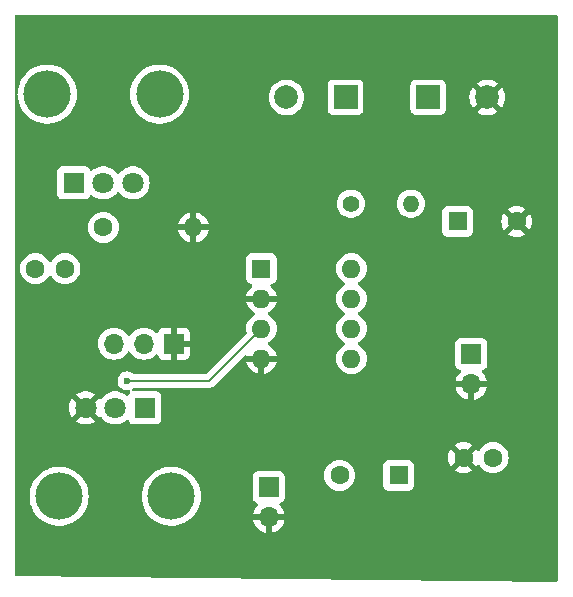
<source format=gbl>
%TF.GenerationSoftware,KiCad,Pcbnew,8.0.1*%
%TF.CreationDate,2024-10-27T16:12:31-04:00*%
%TF.ProjectId,audio amplifier,61756469-6f20-4616-9d70-6c6966696572,rev?*%
%TF.SameCoordinates,Original*%
%TF.FileFunction,Copper,L2,Bot*%
%TF.FilePolarity,Positive*%
%FSLAX46Y46*%
G04 Gerber Fmt 4.6, Leading zero omitted, Abs format (unit mm)*
G04 Created by KiCad (PCBNEW 8.0.1) date 2024-10-27 16:12:31*
%MOMM*%
%LPD*%
G01*
G04 APERTURE LIST*
%TA.AperFunction,ComponentPad*%
%ADD10R,1.600000X1.600000*%
%TD*%
%TA.AperFunction,ComponentPad*%
%ADD11C,1.600000*%
%TD*%
%TA.AperFunction,ComponentPad*%
%ADD12O,1.600000X1.600000*%
%TD*%
%TA.AperFunction,ComponentPad*%
%ADD13R,1.700000X1.700000*%
%TD*%
%TA.AperFunction,ComponentPad*%
%ADD14O,1.700000X1.700000*%
%TD*%
%TA.AperFunction,ComponentPad*%
%ADD15O,4.000000X4.000000*%
%TD*%
%TA.AperFunction,ComponentPad*%
%ADD16R,1.800000X1.800000*%
%TD*%
%TA.AperFunction,ComponentPad*%
%ADD17C,1.800000*%
%TD*%
%TA.AperFunction,ComponentPad*%
%ADD18C,1.400000*%
%TD*%
%TA.AperFunction,ComponentPad*%
%ADD19O,1.400000X1.400000*%
%TD*%
%TA.AperFunction,ComponentPad*%
%ADD20R,2.000000X2.000000*%
%TD*%
%TA.AperFunction,ComponentPad*%
%ADD21C,2.000000*%
%TD*%
%TA.AperFunction,ViaPad*%
%ADD22C,0.600000*%
%TD*%
%TA.AperFunction,Conductor*%
%ADD23C,0.200000*%
%TD*%
G04 APERTURE END LIST*
D10*
%TO.P,C6,1*%
%TO.N,+9V*%
X131500000Y-78500000D03*
D11*
%TO.P,C6,2*%
%TO.N,GND*%
X136500000Y-78500000D03*
%TD*%
D10*
%TO.P,U1,1,GAIN*%
%TO.N,Net-(RV1-Pad2)*%
X114880000Y-82500000D03*
D12*
%TO.P,U1,2,-*%
%TO.N,GND*%
X114880000Y-85040000D03*
%TO.P,U1,3,+*%
%TO.N,Net-(U1-+)*%
X114880000Y-87580000D03*
%TO.P,U1,4,GND*%
%TO.N,GND*%
X114880000Y-90120000D03*
%TO.P,U1,5*%
%TO.N,Net-(C2-Pad1)*%
X122500000Y-90120000D03*
%TO.P,U1,6,V+*%
%TO.N,+9V*%
X122500000Y-87580000D03*
%TO.P,U1,7,BYPASS*%
%TO.N,Net-(U1-BYPASS)*%
X122500000Y-85040000D03*
%TO.P,U1,8,GAIN*%
%TO.N,Net-(C1-Pad2)*%
X122500000Y-82500000D03*
%TD*%
D11*
%TO.P,R1,1*%
%TO.N,Net-(C3-Pad2)*%
X101500000Y-79000000D03*
D12*
%TO.P,R1,2*%
%TO.N,GND*%
X109120000Y-79000000D03*
%TD*%
D13*
%TO.P,J3,1,Pin_1*%
%TO.N,+9V*%
X132650000Y-89730000D03*
D14*
%TO.P,J3,2,Pin_2*%
%TO.N,GND*%
X132650000Y-92270000D03*
%TD*%
D11*
%TO.P,C3,1*%
%TO.N,Net-(C2-Pad1)*%
X95750000Y-82500000D03*
%TO.P,C3,2*%
%TO.N,Net-(C3-Pad2)*%
X98250000Y-82500000D03*
%TD*%
D15*
%TO.P,RV1,*%
%TO.N,*%
X96750000Y-67725000D03*
X106250000Y-67725000D03*
D16*
%TO.P,RV1,1,1*%
%TO.N,unconnected-(RV1-Pad1)*%
X99000000Y-75225000D03*
D17*
%TO.P,RV1,2,2*%
%TO.N,Net-(RV1-Pad2)*%
X101500000Y-75225000D03*
%TO.P,RV1,3,3*%
%TO.N,Net-(C1-Pad1)*%
X104000000Y-75225000D03*
%TD*%
D18*
%TO.P,R2,1*%
%TO.N,Net-(U1-BYPASS)*%
X122460000Y-77000000D03*
D19*
%TO.P,R2,2*%
%TO.N,Net-(C4-Pad1)*%
X127540000Y-77000000D03*
%TD*%
D20*
%TO.P,C4,1*%
%TO.N,Net-(C4-Pad1)*%
X129000000Y-68000000D03*
D21*
%TO.P,C4,2*%
%TO.N,GND*%
X134000000Y-68000000D03*
%TD*%
D10*
%TO.P,C2,1*%
%TO.N,Net-(C2-Pad1)*%
X126500000Y-100000000D03*
D11*
%TO.P,C2,2*%
%TO.N,Net-(J1-Pin_1)*%
X121500000Y-100000000D03*
%TD*%
%TO.P,C7,1*%
%TO.N,+9V*%
X134500000Y-98500000D03*
%TO.P,C7,2*%
%TO.N,GND*%
X132000000Y-98500000D03*
%TD*%
D20*
%TO.P,C1,1*%
%TO.N,Net-(C1-Pad1)*%
X122000000Y-68000000D03*
D21*
%TO.P,C1,2*%
%TO.N,Net-(C1-Pad2)*%
X117000000Y-68000000D03*
%TD*%
D13*
%TO.P,J2,1,Pin_1*%
%TO.N,GND*%
X107460000Y-88850000D03*
D14*
%TO.P,J2,2,Pin_2*%
%TO.N,unconnected-(J2-Pin_2-Pad2)*%
X104920000Y-88850000D03*
%TO.P,J2,3,Pin_3*%
%TO.N,Net-(J2-Pin_3)*%
X102380000Y-88850000D03*
%TD*%
D15*
%TO.P,RV2,*%
%TO.N,*%
X107250000Y-101775000D03*
X97750000Y-101775000D03*
D16*
%TO.P,RV2,1,1*%
%TO.N,Net-(J2-Pin_3)*%
X105000000Y-94275000D03*
D17*
%TO.P,RV2,2,2*%
%TO.N,Net-(U1-+)*%
X102500000Y-94275000D03*
%TO.P,RV2,3,3*%
%TO.N,GND*%
X100000000Y-94275000D03*
%TD*%
D13*
%TO.P,J1,1,Pin_1*%
%TO.N,Net-(J1-Pin_1)*%
X115500000Y-101000000D03*
D14*
%TO.P,J1,2,Pin_2*%
%TO.N,GND*%
X115500000Y-103540000D03*
%TD*%
D22*
%TO.N,GND*%
X96500000Y-90500000D03*
X113000000Y-95500000D03*
X112500000Y-74500000D03*
X137500000Y-64000000D03*
X136000000Y-106000000D03*
%TO.N,Net-(U1-+)*%
X103500000Y-92000000D03*
%TD*%
D23*
%TO.N,Net-(U1-+)*%
X103500000Y-92000000D02*
X110460000Y-92000000D01*
X110460000Y-92000000D02*
X114880000Y-87580000D01*
%TD*%
%TA.AperFunction,Conductor*%
%TO.N,GND*%
G36*
X139942539Y-61020185D02*
G01*
X139988294Y-61072989D01*
X139999500Y-61124500D01*
X139999500Y-108868819D01*
X139979815Y-108935858D01*
X139927011Y-108981613D01*
X139874181Y-108992812D01*
X94123181Y-108506100D01*
X94056355Y-108485703D01*
X94011164Y-108432416D01*
X94000500Y-108382107D01*
X94000500Y-101775005D01*
X95244556Y-101775005D01*
X95264310Y-102089004D01*
X95264311Y-102089011D01*
X95323270Y-102398083D01*
X95420497Y-102697316D01*
X95420499Y-102697321D01*
X95554461Y-102982003D01*
X95554464Y-102982009D01*
X95723051Y-103247661D01*
X95723054Y-103247665D01*
X95923606Y-103490090D01*
X95923608Y-103490092D01*
X96152968Y-103705476D01*
X96152978Y-103705484D01*
X96407504Y-103890408D01*
X96407509Y-103890410D01*
X96407516Y-103890416D01*
X96683234Y-104041994D01*
X96683239Y-104041996D01*
X96683241Y-104041997D01*
X96683242Y-104041998D01*
X96975771Y-104157818D01*
X96975774Y-104157819D01*
X97208521Y-104217578D01*
X97280527Y-104236066D01*
X97346010Y-104244338D01*
X97592670Y-104275499D01*
X97592679Y-104275499D01*
X97592682Y-104275500D01*
X97592684Y-104275500D01*
X97907316Y-104275500D01*
X97907318Y-104275500D01*
X97907321Y-104275499D01*
X97907329Y-104275499D01*
X98093593Y-104251968D01*
X98219473Y-104236066D01*
X98524225Y-104157819D01*
X98524228Y-104157818D01*
X98816757Y-104041998D01*
X98816758Y-104041997D01*
X98816756Y-104041997D01*
X98816766Y-104041994D01*
X99092484Y-103890416D01*
X99347030Y-103705478D01*
X99576390Y-103490094D01*
X99776947Y-103247663D01*
X99945537Y-102982007D01*
X100079503Y-102697315D01*
X100176731Y-102398079D01*
X100235688Y-102089015D01*
X100235689Y-102089004D01*
X100255444Y-101775005D01*
X104744556Y-101775005D01*
X104764310Y-102089004D01*
X104764311Y-102089011D01*
X104823270Y-102398083D01*
X104920497Y-102697316D01*
X104920499Y-102697321D01*
X105054461Y-102982003D01*
X105054464Y-102982009D01*
X105223051Y-103247661D01*
X105223054Y-103247665D01*
X105423606Y-103490090D01*
X105423608Y-103490092D01*
X105652968Y-103705476D01*
X105652978Y-103705484D01*
X105907504Y-103890408D01*
X105907509Y-103890410D01*
X105907516Y-103890416D01*
X106183234Y-104041994D01*
X106183239Y-104041996D01*
X106183241Y-104041997D01*
X106183242Y-104041998D01*
X106475771Y-104157818D01*
X106475774Y-104157819D01*
X106708521Y-104217578D01*
X106780527Y-104236066D01*
X106846010Y-104244338D01*
X107092670Y-104275499D01*
X107092679Y-104275499D01*
X107092682Y-104275500D01*
X107092684Y-104275500D01*
X107407316Y-104275500D01*
X107407318Y-104275500D01*
X107407321Y-104275499D01*
X107407329Y-104275499D01*
X107593593Y-104251968D01*
X107719473Y-104236066D01*
X108024225Y-104157819D01*
X108024228Y-104157818D01*
X108316757Y-104041998D01*
X108316758Y-104041997D01*
X108316756Y-104041997D01*
X108316766Y-104041994D01*
X108592484Y-103890416D01*
X108847030Y-103705478D01*
X109076390Y-103490094D01*
X109276947Y-103247663D01*
X109445537Y-102982007D01*
X109579503Y-102697315D01*
X109676731Y-102398079D01*
X109735688Y-102089015D01*
X109735689Y-102089004D01*
X109747714Y-101897870D01*
X114149500Y-101897870D01*
X114149501Y-101897876D01*
X114155908Y-101957483D01*
X114206202Y-102092328D01*
X114206206Y-102092335D01*
X114292452Y-102207544D01*
X114292455Y-102207547D01*
X114407664Y-102293793D01*
X114407671Y-102293797D01*
X114407674Y-102293798D01*
X114539598Y-102343002D01*
X114595531Y-102384873D01*
X114619949Y-102450337D01*
X114605098Y-102518610D01*
X114583947Y-102546865D01*
X114461886Y-102668926D01*
X114326400Y-102862420D01*
X114326399Y-102862422D01*
X114226570Y-103076507D01*
X114226567Y-103076513D01*
X114169364Y-103289999D01*
X114169364Y-103290000D01*
X115066988Y-103290000D01*
X115034075Y-103347007D01*
X115000000Y-103474174D01*
X115000000Y-103605826D01*
X115034075Y-103732993D01*
X115066988Y-103790000D01*
X114169364Y-103790000D01*
X114226567Y-104003486D01*
X114226570Y-104003492D01*
X114326399Y-104217578D01*
X114461894Y-104411082D01*
X114628917Y-104578105D01*
X114822421Y-104713600D01*
X115036507Y-104813429D01*
X115036516Y-104813433D01*
X115250000Y-104870634D01*
X115250000Y-103973012D01*
X115307007Y-104005925D01*
X115434174Y-104040000D01*
X115565826Y-104040000D01*
X115692993Y-104005925D01*
X115750000Y-103973012D01*
X115750000Y-104870633D01*
X115963483Y-104813433D01*
X115963492Y-104813429D01*
X116177578Y-104713600D01*
X116371082Y-104578105D01*
X116538105Y-104411082D01*
X116673600Y-104217578D01*
X116773429Y-104003492D01*
X116773432Y-104003486D01*
X116830636Y-103790000D01*
X115933012Y-103790000D01*
X115965925Y-103732993D01*
X116000000Y-103605826D01*
X116000000Y-103474174D01*
X115965925Y-103347007D01*
X115933012Y-103290000D01*
X116830636Y-103290000D01*
X116830635Y-103289999D01*
X116773432Y-103076513D01*
X116773429Y-103076507D01*
X116673600Y-102862422D01*
X116673599Y-102862420D01*
X116538113Y-102668926D01*
X116538108Y-102668920D01*
X116416053Y-102546865D01*
X116382568Y-102485542D01*
X116387552Y-102415850D01*
X116429424Y-102359917D01*
X116460400Y-102343002D01*
X116592331Y-102293796D01*
X116707546Y-102207546D01*
X116793796Y-102092331D01*
X116844091Y-101957483D01*
X116850500Y-101897873D01*
X116850499Y-100102128D01*
X116844091Y-100042517D01*
X116828233Y-100000001D01*
X120194532Y-100000001D01*
X120214364Y-100226686D01*
X120214366Y-100226697D01*
X120273258Y-100446488D01*
X120273261Y-100446497D01*
X120369431Y-100652732D01*
X120369432Y-100652734D01*
X120499954Y-100839141D01*
X120660858Y-101000045D01*
X120660861Y-101000047D01*
X120847266Y-101130568D01*
X121053504Y-101226739D01*
X121273308Y-101285635D01*
X121435230Y-101299801D01*
X121499998Y-101305468D01*
X121500000Y-101305468D01*
X121500002Y-101305468D01*
X121556807Y-101300498D01*
X121726692Y-101285635D01*
X121946496Y-101226739D01*
X122152734Y-101130568D01*
X122339139Y-101000047D01*
X122491316Y-100847870D01*
X125199500Y-100847870D01*
X125199501Y-100847876D01*
X125205908Y-100907483D01*
X125256202Y-101042328D01*
X125256206Y-101042335D01*
X125342452Y-101157544D01*
X125342455Y-101157547D01*
X125457664Y-101243793D01*
X125457671Y-101243797D01*
X125592517Y-101294091D01*
X125592516Y-101294091D01*
X125599444Y-101294835D01*
X125652127Y-101300500D01*
X127347872Y-101300499D01*
X127407483Y-101294091D01*
X127542331Y-101243796D01*
X127657546Y-101157546D01*
X127743796Y-101042331D01*
X127794091Y-100907483D01*
X127800500Y-100847873D01*
X127800499Y-99152128D01*
X127794091Y-99092517D01*
X127791528Y-99085646D01*
X127743797Y-98957671D01*
X127743793Y-98957664D01*
X127657547Y-98842455D01*
X127657544Y-98842452D01*
X127542335Y-98756206D01*
X127542328Y-98756202D01*
X127407482Y-98705908D01*
X127407483Y-98705908D01*
X127347883Y-98699501D01*
X127347881Y-98699500D01*
X127347873Y-98699500D01*
X127347864Y-98699500D01*
X125652129Y-98699500D01*
X125652123Y-98699501D01*
X125592516Y-98705908D01*
X125457671Y-98756202D01*
X125457664Y-98756206D01*
X125342455Y-98842452D01*
X125342452Y-98842455D01*
X125256206Y-98957664D01*
X125256202Y-98957671D01*
X125205908Y-99092517D01*
X125201124Y-99137022D01*
X125199501Y-99152123D01*
X125199500Y-99152135D01*
X125199500Y-100847870D01*
X122491316Y-100847870D01*
X122500047Y-100839139D01*
X122630568Y-100652734D01*
X122726739Y-100446496D01*
X122785635Y-100226692D01*
X122805468Y-100000000D01*
X122785635Y-99773308D01*
X122726739Y-99553504D01*
X122630568Y-99347266D01*
X122500047Y-99160861D01*
X122500045Y-99160858D01*
X122339141Y-98999954D01*
X122152734Y-98869432D01*
X122152732Y-98869431D01*
X121946497Y-98773261D01*
X121946488Y-98773258D01*
X121726697Y-98714366D01*
X121726693Y-98714365D01*
X121726692Y-98714365D01*
X121726691Y-98714364D01*
X121726686Y-98714364D01*
X121500002Y-98694532D01*
X121499998Y-98694532D01*
X121273313Y-98714364D01*
X121273302Y-98714366D01*
X121053511Y-98773258D01*
X121053502Y-98773261D01*
X120847267Y-98869431D01*
X120847265Y-98869432D01*
X120660858Y-98999954D01*
X120499954Y-99160858D01*
X120369432Y-99347265D01*
X120369431Y-99347267D01*
X120273261Y-99553502D01*
X120273258Y-99553511D01*
X120214366Y-99773302D01*
X120214364Y-99773313D01*
X120194532Y-99999998D01*
X120194532Y-100000001D01*
X116828233Y-100000001D01*
X116828233Y-100000000D01*
X116793797Y-99907671D01*
X116793793Y-99907664D01*
X116707547Y-99792455D01*
X116707544Y-99792452D01*
X116592335Y-99706206D01*
X116592328Y-99706202D01*
X116457482Y-99655908D01*
X116457483Y-99655908D01*
X116397883Y-99649501D01*
X116397881Y-99649500D01*
X116397873Y-99649500D01*
X116397864Y-99649500D01*
X114602129Y-99649500D01*
X114602123Y-99649501D01*
X114542516Y-99655908D01*
X114407671Y-99706202D01*
X114407664Y-99706206D01*
X114292455Y-99792452D01*
X114292452Y-99792455D01*
X114206206Y-99907664D01*
X114206202Y-99907671D01*
X114155908Y-100042517D01*
X114149501Y-100102116D01*
X114149501Y-100102123D01*
X114149500Y-100102135D01*
X114149500Y-101897870D01*
X109747714Y-101897870D01*
X109755444Y-101775005D01*
X109755444Y-101774994D01*
X109735689Y-101460995D01*
X109735688Y-101460988D01*
X109735688Y-101460985D01*
X109676731Y-101151921D01*
X109579503Y-100852685D01*
X109577243Y-100847883D01*
X109445538Y-100567996D01*
X109445537Y-100567993D01*
X109410414Y-100512648D01*
X109276948Y-100302338D01*
X109276945Y-100302334D01*
X109076393Y-100059909D01*
X109076391Y-100059907D01*
X108914275Y-99907669D01*
X108847030Y-99844522D01*
X108847027Y-99844520D01*
X108847021Y-99844515D01*
X108592495Y-99659591D01*
X108592488Y-99659586D01*
X108592484Y-99659584D01*
X108316766Y-99508006D01*
X108316763Y-99508004D01*
X108316758Y-99508002D01*
X108316757Y-99508001D01*
X108024228Y-99392181D01*
X108024225Y-99392180D01*
X107719476Y-99313934D01*
X107719463Y-99313932D01*
X107407329Y-99274500D01*
X107407318Y-99274500D01*
X107092682Y-99274500D01*
X107092670Y-99274500D01*
X106780536Y-99313932D01*
X106780523Y-99313934D01*
X106475774Y-99392180D01*
X106475771Y-99392181D01*
X106183242Y-99508001D01*
X106183241Y-99508002D01*
X105907516Y-99659584D01*
X105907504Y-99659591D01*
X105652978Y-99844515D01*
X105652968Y-99844523D01*
X105423608Y-100059907D01*
X105423606Y-100059909D01*
X105223054Y-100302334D01*
X105223051Y-100302338D01*
X105054464Y-100567990D01*
X105054461Y-100567996D01*
X104920499Y-100852678D01*
X104920497Y-100852683D01*
X104823270Y-101151916D01*
X104764311Y-101460988D01*
X104764310Y-101460995D01*
X104744556Y-101774994D01*
X104744556Y-101775005D01*
X100255444Y-101775005D01*
X100255444Y-101774994D01*
X100235689Y-101460995D01*
X100235688Y-101460988D01*
X100235688Y-101460985D01*
X100176731Y-101151921D01*
X100079503Y-100852685D01*
X100077243Y-100847883D01*
X99945538Y-100567996D01*
X99945537Y-100567993D01*
X99910414Y-100512648D01*
X99776948Y-100302338D01*
X99776945Y-100302334D01*
X99576393Y-100059909D01*
X99576391Y-100059907D01*
X99414275Y-99907669D01*
X99347030Y-99844522D01*
X99347027Y-99844520D01*
X99347021Y-99844515D01*
X99092495Y-99659591D01*
X99092488Y-99659586D01*
X99092484Y-99659584D01*
X98816766Y-99508006D01*
X98816763Y-99508004D01*
X98816758Y-99508002D01*
X98816757Y-99508001D01*
X98524228Y-99392181D01*
X98524225Y-99392180D01*
X98219476Y-99313934D01*
X98219463Y-99313932D01*
X97907329Y-99274500D01*
X97907318Y-99274500D01*
X97592682Y-99274500D01*
X97592670Y-99274500D01*
X97280536Y-99313932D01*
X97280523Y-99313934D01*
X96975774Y-99392180D01*
X96975771Y-99392181D01*
X96683242Y-99508001D01*
X96683241Y-99508002D01*
X96407516Y-99659584D01*
X96407504Y-99659591D01*
X96152978Y-99844515D01*
X96152968Y-99844523D01*
X95923608Y-100059907D01*
X95923606Y-100059909D01*
X95723054Y-100302334D01*
X95723051Y-100302338D01*
X95554464Y-100567990D01*
X95554461Y-100567996D01*
X95420499Y-100852678D01*
X95420497Y-100852683D01*
X95323270Y-101151916D01*
X95264311Y-101460988D01*
X95264310Y-101460995D01*
X95244556Y-101774994D01*
X95244556Y-101775005D01*
X94000500Y-101775005D01*
X94000500Y-98500002D01*
X130695034Y-98500002D01*
X130714858Y-98726599D01*
X130714860Y-98726610D01*
X130773730Y-98946317D01*
X130773735Y-98946331D01*
X130869863Y-99152478D01*
X130920974Y-99225472D01*
X131600000Y-98546446D01*
X131600000Y-98552661D01*
X131627259Y-98654394D01*
X131679920Y-98745606D01*
X131754394Y-98820080D01*
X131845606Y-98872741D01*
X131947339Y-98900000D01*
X131953553Y-98900000D01*
X131274526Y-99579025D01*
X131347513Y-99630132D01*
X131347521Y-99630136D01*
X131553668Y-99726264D01*
X131553682Y-99726269D01*
X131773389Y-99785139D01*
X131773400Y-99785141D01*
X131999998Y-99804966D01*
X132000002Y-99804966D01*
X132226599Y-99785141D01*
X132226610Y-99785139D01*
X132446317Y-99726269D01*
X132446331Y-99726264D01*
X132652478Y-99630136D01*
X132725471Y-99579024D01*
X132046447Y-98900000D01*
X132052661Y-98900000D01*
X132154394Y-98872741D01*
X132245606Y-98820080D01*
X132320080Y-98745606D01*
X132372741Y-98654394D01*
X132400000Y-98552661D01*
X132400000Y-98546447D01*
X133079024Y-99225471D01*
X133130134Y-99152481D01*
X133137340Y-99137028D01*
X133183511Y-99084587D01*
X133250704Y-99065433D01*
X133317585Y-99085646D01*
X133362105Y-99137022D01*
X133369430Y-99152730D01*
X133369432Y-99152734D01*
X133499954Y-99339141D01*
X133660858Y-99500045D01*
X133672222Y-99508002D01*
X133847266Y-99630568D01*
X134053504Y-99726739D01*
X134273308Y-99785635D01*
X134435230Y-99799801D01*
X134499998Y-99805468D01*
X134500000Y-99805468D01*
X134500002Y-99805468D01*
X134556673Y-99800509D01*
X134726692Y-99785635D01*
X134946496Y-99726739D01*
X135152734Y-99630568D01*
X135339139Y-99500047D01*
X135500047Y-99339139D01*
X135630568Y-99152734D01*
X135726739Y-98946496D01*
X135785635Y-98726692D01*
X135805468Y-98500000D01*
X135785635Y-98273308D01*
X135726739Y-98053504D01*
X135630568Y-97847266D01*
X135500047Y-97660861D01*
X135500045Y-97660858D01*
X135339141Y-97499954D01*
X135152734Y-97369432D01*
X135152732Y-97369431D01*
X134946497Y-97273261D01*
X134946488Y-97273258D01*
X134726697Y-97214366D01*
X134726693Y-97214365D01*
X134726692Y-97214365D01*
X134726691Y-97214364D01*
X134726686Y-97214364D01*
X134500002Y-97194532D01*
X134499998Y-97194532D01*
X134273313Y-97214364D01*
X134273302Y-97214366D01*
X134053511Y-97273258D01*
X134053502Y-97273261D01*
X133847267Y-97369431D01*
X133847265Y-97369432D01*
X133660858Y-97499954D01*
X133499954Y-97660858D01*
X133369432Y-97847265D01*
X133369429Y-97847270D01*
X133362104Y-97862979D01*
X133315929Y-97915417D01*
X133248735Y-97934566D01*
X133181855Y-97914347D01*
X133137341Y-97862973D01*
X133130133Y-97847515D01*
X133130132Y-97847513D01*
X133079025Y-97774526D01*
X132400000Y-98453551D01*
X132400000Y-98447339D01*
X132372741Y-98345606D01*
X132320080Y-98254394D01*
X132245606Y-98179920D01*
X132154394Y-98127259D01*
X132052661Y-98100000D01*
X132046448Y-98100000D01*
X132725472Y-97420974D01*
X132652478Y-97369863D01*
X132446331Y-97273735D01*
X132446317Y-97273730D01*
X132226610Y-97214860D01*
X132226599Y-97214858D01*
X132000002Y-97195034D01*
X131999998Y-97195034D01*
X131773400Y-97214858D01*
X131773389Y-97214860D01*
X131553682Y-97273730D01*
X131553673Y-97273734D01*
X131347516Y-97369866D01*
X131347512Y-97369868D01*
X131274526Y-97420973D01*
X131274526Y-97420974D01*
X131953553Y-98100000D01*
X131947339Y-98100000D01*
X131845606Y-98127259D01*
X131754394Y-98179920D01*
X131679920Y-98254394D01*
X131627259Y-98345606D01*
X131600000Y-98447339D01*
X131600000Y-98453552D01*
X130920974Y-97774526D01*
X130920973Y-97774526D01*
X130869868Y-97847512D01*
X130869866Y-97847516D01*
X130773734Y-98053673D01*
X130773730Y-98053682D01*
X130714860Y-98273389D01*
X130714858Y-98273400D01*
X130695034Y-98499997D01*
X130695034Y-98500002D01*
X94000500Y-98500002D01*
X94000500Y-94275005D01*
X98595202Y-94275005D01*
X98614361Y-94506218D01*
X98671317Y-94731135D01*
X98764515Y-94943606D01*
X98848812Y-95072633D01*
X99517037Y-94404408D01*
X99534075Y-94467993D01*
X99599901Y-94582007D01*
X99692993Y-94675099D01*
X99807007Y-94740925D01*
X99870590Y-94757962D01*
X99201201Y-95427351D01*
X99231649Y-95451050D01*
X99435697Y-95561476D01*
X99435706Y-95561479D01*
X99655139Y-95636811D01*
X99883993Y-95675000D01*
X100116007Y-95675000D01*
X100344860Y-95636811D01*
X100564293Y-95561479D01*
X100564301Y-95561476D01*
X100768355Y-95451047D01*
X100798797Y-95427351D01*
X100798798Y-95427350D01*
X100129410Y-94757962D01*
X100192993Y-94740925D01*
X100307007Y-94675099D01*
X100400099Y-94582007D01*
X100465925Y-94467993D01*
X100482962Y-94404409D01*
X101151186Y-95072633D01*
X101155967Y-95072137D01*
X101199036Y-95035380D01*
X101268268Y-95025956D01*
X101331604Y-95055457D01*
X101353509Y-95080737D01*
X101391016Y-95138147D01*
X101391019Y-95138151D01*
X101391021Y-95138153D01*
X101548216Y-95308913D01*
X101548219Y-95308915D01*
X101548222Y-95308918D01*
X101731365Y-95451464D01*
X101731371Y-95451468D01*
X101731374Y-95451470D01*
X101881185Y-95532544D01*
X101934652Y-95561479D01*
X101935497Y-95561936D01*
X102049487Y-95601068D01*
X102155015Y-95637297D01*
X102155017Y-95637297D01*
X102155019Y-95637298D01*
X102383951Y-95675500D01*
X102383952Y-95675500D01*
X102616048Y-95675500D01*
X102616049Y-95675500D01*
X102844981Y-95637298D01*
X103064503Y-95561936D01*
X103268626Y-95451470D01*
X103445563Y-95313754D01*
X103510556Y-95288112D01*
X103579096Y-95301678D01*
X103629421Y-95350147D01*
X103637907Y-95368275D01*
X103656202Y-95417328D01*
X103656206Y-95417335D01*
X103742452Y-95532544D01*
X103742455Y-95532547D01*
X103857664Y-95618793D01*
X103857671Y-95618797D01*
X103992517Y-95669091D01*
X103992516Y-95669091D01*
X103999444Y-95669835D01*
X104052127Y-95675500D01*
X105947872Y-95675499D01*
X106007483Y-95669091D01*
X106142331Y-95618796D01*
X106257546Y-95532546D01*
X106343796Y-95417331D01*
X106394091Y-95282483D01*
X106400500Y-95222873D01*
X106400499Y-93327128D01*
X106394091Y-93267517D01*
X106392061Y-93262075D01*
X106343797Y-93132671D01*
X106343793Y-93132664D01*
X106257547Y-93017455D01*
X106257544Y-93017452D01*
X106142335Y-92931206D01*
X106142328Y-92931202D01*
X106007482Y-92880908D01*
X106007483Y-92880908D01*
X105947883Y-92874501D01*
X105947881Y-92874500D01*
X105947873Y-92874500D01*
X105947864Y-92874500D01*
X104052112Y-92874500D01*
X104049362Y-92874648D01*
X103981368Y-92858569D01*
X103932860Y-92808282D01*
X103919240Y-92739753D01*
X103944832Y-92674739D01*
X103976769Y-92645833D01*
X104002262Y-92629816D01*
X104002266Y-92629812D01*
X104005097Y-92627555D01*
X104007273Y-92626666D01*
X104008159Y-92626110D01*
X104008256Y-92626265D01*
X104069783Y-92601145D01*
X104082412Y-92600500D01*
X110373331Y-92600500D01*
X110373347Y-92600501D01*
X110380943Y-92600501D01*
X110539054Y-92600501D01*
X110539057Y-92600501D01*
X110691785Y-92559577D01*
X110741904Y-92530639D01*
X110828716Y-92480520D01*
X110940520Y-92368716D01*
X110940520Y-92368714D01*
X110950728Y-92358507D01*
X110950730Y-92358504D01*
X113430860Y-89878373D01*
X113492179Y-89844891D01*
X113561871Y-89849875D01*
X113589090Y-89870000D01*
X114564314Y-89870000D01*
X114559920Y-89874394D01*
X114507259Y-89965606D01*
X114480000Y-90067339D01*
X114480000Y-90172661D01*
X114507259Y-90274394D01*
X114559920Y-90365606D01*
X114564314Y-90370000D01*
X113601128Y-90370000D01*
X113653730Y-90566317D01*
X113653734Y-90566326D01*
X113749865Y-90772482D01*
X113880342Y-90958820D01*
X114041179Y-91119657D01*
X114227517Y-91250134D01*
X114433673Y-91346265D01*
X114433682Y-91346269D01*
X114629999Y-91398872D01*
X114630000Y-91398871D01*
X114630000Y-90435686D01*
X114634394Y-90440080D01*
X114725606Y-90492741D01*
X114827339Y-90520000D01*
X114932661Y-90520000D01*
X115034394Y-90492741D01*
X115125606Y-90440080D01*
X115130000Y-90435686D01*
X115130000Y-91398872D01*
X115326317Y-91346269D01*
X115326326Y-91346265D01*
X115532482Y-91250134D01*
X115718820Y-91119657D01*
X115879657Y-90958820D01*
X116010134Y-90772482D01*
X116106265Y-90566326D01*
X116106269Y-90566317D01*
X116158872Y-90370000D01*
X115195686Y-90370000D01*
X115200080Y-90365606D01*
X115252741Y-90274394D01*
X115280000Y-90172661D01*
X115280000Y-90120001D01*
X121194532Y-90120001D01*
X121214364Y-90346686D01*
X121214366Y-90346697D01*
X121273258Y-90566488D01*
X121273261Y-90566497D01*
X121369431Y-90772732D01*
X121369432Y-90772734D01*
X121499954Y-90959141D01*
X121660858Y-91120045D01*
X121660861Y-91120047D01*
X121847266Y-91250568D01*
X122053504Y-91346739D01*
X122273308Y-91405635D01*
X122435230Y-91419801D01*
X122499998Y-91425468D01*
X122500000Y-91425468D01*
X122500002Y-91425468D01*
X122556673Y-91420509D01*
X122726692Y-91405635D01*
X122946496Y-91346739D01*
X123152734Y-91250568D01*
X123339139Y-91120047D01*
X123500047Y-90959139D01*
X123630568Y-90772734D01*
X123698120Y-90627870D01*
X131299500Y-90627870D01*
X131299501Y-90627876D01*
X131305908Y-90687483D01*
X131356202Y-90822328D01*
X131356206Y-90822335D01*
X131442452Y-90937544D01*
X131442455Y-90937547D01*
X131557664Y-91023793D01*
X131557671Y-91023797D01*
X131557674Y-91023798D01*
X131689598Y-91073002D01*
X131745531Y-91114873D01*
X131769949Y-91180337D01*
X131755098Y-91248610D01*
X131733947Y-91276865D01*
X131611886Y-91398926D01*
X131476400Y-91592420D01*
X131476399Y-91592422D01*
X131376570Y-91806507D01*
X131376567Y-91806513D01*
X131319364Y-92019999D01*
X131319364Y-92020000D01*
X132216988Y-92020000D01*
X132184075Y-92077007D01*
X132150000Y-92204174D01*
X132150000Y-92335826D01*
X132184075Y-92462993D01*
X132216988Y-92520000D01*
X131319364Y-92520000D01*
X131376567Y-92733486D01*
X131376570Y-92733492D01*
X131476399Y-92947578D01*
X131611894Y-93141082D01*
X131778917Y-93308105D01*
X131972421Y-93443600D01*
X132186507Y-93543429D01*
X132186516Y-93543433D01*
X132400000Y-93600634D01*
X132400000Y-92703012D01*
X132457007Y-92735925D01*
X132584174Y-92770000D01*
X132715826Y-92770000D01*
X132842993Y-92735925D01*
X132900000Y-92703012D01*
X132900000Y-93600633D01*
X133113483Y-93543433D01*
X133113492Y-93543429D01*
X133327578Y-93443600D01*
X133521082Y-93308105D01*
X133688105Y-93141082D01*
X133823600Y-92947578D01*
X133923429Y-92733492D01*
X133923432Y-92733486D01*
X133980636Y-92520000D01*
X133083012Y-92520000D01*
X133115925Y-92462993D01*
X133150000Y-92335826D01*
X133150000Y-92204174D01*
X133115925Y-92077007D01*
X133083012Y-92020000D01*
X133980636Y-92020000D01*
X133980635Y-92019999D01*
X133923432Y-91806513D01*
X133923429Y-91806507D01*
X133823600Y-91592422D01*
X133823599Y-91592420D01*
X133688113Y-91398926D01*
X133688108Y-91398920D01*
X133566053Y-91276865D01*
X133532568Y-91215542D01*
X133537552Y-91145850D01*
X133579424Y-91089917D01*
X133610400Y-91073002D01*
X133742331Y-91023796D01*
X133857546Y-90937546D01*
X133943796Y-90822331D01*
X133994091Y-90687483D01*
X134000500Y-90627873D01*
X134000499Y-88832128D01*
X133994091Y-88772517D01*
X133970986Y-88710570D01*
X133943797Y-88637671D01*
X133943793Y-88637664D01*
X133857547Y-88522455D01*
X133857544Y-88522452D01*
X133742335Y-88436206D01*
X133742328Y-88436202D01*
X133607482Y-88385908D01*
X133607483Y-88385908D01*
X133547883Y-88379501D01*
X133547881Y-88379500D01*
X133547873Y-88379500D01*
X133547864Y-88379500D01*
X131752129Y-88379500D01*
X131752123Y-88379501D01*
X131692516Y-88385908D01*
X131557671Y-88436202D01*
X131557664Y-88436206D01*
X131442455Y-88522452D01*
X131442452Y-88522455D01*
X131356206Y-88637664D01*
X131356202Y-88637671D01*
X131305908Y-88772517D01*
X131300662Y-88821318D01*
X131299501Y-88832123D01*
X131299500Y-88832135D01*
X131299500Y-90627870D01*
X123698120Y-90627870D01*
X123726739Y-90566496D01*
X123785635Y-90346692D01*
X123805468Y-90120000D01*
X123785635Y-89893308D01*
X123726739Y-89673504D01*
X123630568Y-89467266D01*
X123500047Y-89280861D01*
X123500045Y-89280858D01*
X123339141Y-89119954D01*
X123152734Y-88989432D01*
X123152728Y-88989429D01*
X123094725Y-88962382D01*
X123042285Y-88916210D01*
X123023133Y-88849017D01*
X123043348Y-88782135D01*
X123094725Y-88737618D01*
X123152734Y-88710568D01*
X123339139Y-88580047D01*
X123500047Y-88419139D01*
X123630568Y-88232734D01*
X123726739Y-88026496D01*
X123785635Y-87806692D01*
X123805468Y-87580000D01*
X123785635Y-87353308D01*
X123726739Y-87133504D01*
X123630568Y-86927266D01*
X123500047Y-86740861D01*
X123500045Y-86740858D01*
X123339141Y-86579954D01*
X123152734Y-86449432D01*
X123152728Y-86449429D01*
X123094725Y-86422382D01*
X123042285Y-86376210D01*
X123023133Y-86309017D01*
X123043348Y-86242135D01*
X123094725Y-86197618D01*
X123095319Y-86197341D01*
X123152734Y-86170568D01*
X123339139Y-86040047D01*
X123500047Y-85879139D01*
X123630568Y-85692734D01*
X123726739Y-85486496D01*
X123785635Y-85266692D01*
X123805468Y-85040000D01*
X123785635Y-84813308D01*
X123726739Y-84593504D01*
X123630568Y-84387266D01*
X123500047Y-84200861D01*
X123500045Y-84200858D01*
X123339141Y-84039954D01*
X123152734Y-83909432D01*
X123152728Y-83909429D01*
X123094725Y-83882382D01*
X123042285Y-83836210D01*
X123023133Y-83769017D01*
X123043348Y-83702135D01*
X123094725Y-83657618D01*
X123152734Y-83630568D01*
X123339139Y-83500047D01*
X123500047Y-83339139D01*
X123630568Y-83152734D01*
X123726739Y-82946496D01*
X123785635Y-82726692D01*
X123805468Y-82500000D01*
X123785635Y-82273308D01*
X123726739Y-82053504D01*
X123630568Y-81847266D01*
X123500047Y-81660861D01*
X123500045Y-81660858D01*
X123339141Y-81499954D01*
X123152734Y-81369432D01*
X123152732Y-81369431D01*
X122946497Y-81273261D01*
X122946488Y-81273258D01*
X122726697Y-81214366D01*
X122726693Y-81214365D01*
X122726692Y-81214365D01*
X122726691Y-81214364D01*
X122726686Y-81214364D01*
X122500002Y-81194532D01*
X122499998Y-81194532D01*
X122273313Y-81214364D01*
X122273302Y-81214366D01*
X122053511Y-81273258D01*
X122053502Y-81273261D01*
X121847267Y-81369431D01*
X121847265Y-81369432D01*
X121660858Y-81499954D01*
X121499954Y-81660858D01*
X121369432Y-81847265D01*
X121369431Y-81847267D01*
X121273261Y-82053502D01*
X121273258Y-82053511D01*
X121214366Y-82273302D01*
X121214364Y-82273313D01*
X121194532Y-82499998D01*
X121194532Y-82500001D01*
X121214364Y-82726686D01*
X121214366Y-82726697D01*
X121273258Y-82946488D01*
X121273261Y-82946497D01*
X121369431Y-83152732D01*
X121369432Y-83152734D01*
X121499954Y-83339141D01*
X121660858Y-83500045D01*
X121660861Y-83500047D01*
X121847266Y-83630568D01*
X121905275Y-83657618D01*
X121957714Y-83703791D01*
X121976866Y-83770984D01*
X121956650Y-83837865D01*
X121905275Y-83882382D01*
X121847267Y-83909431D01*
X121847265Y-83909432D01*
X121660858Y-84039954D01*
X121499954Y-84200858D01*
X121369432Y-84387265D01*
X121369431Y-84387267D01*
X121273261Y-84593502D01*
X121273258Y-84593511D01*
X121214366Y-84813302D01*
X121214364Y-84813313D01*
X121194532Y-85039998D01*
X121194532Y-85040001D01*
X121214364Y-85266686D01*
X121214366Y-85266697D01*
X121273258Y-85486488D01*
X121273261Y-85486497D01*
X121369431Y-85692732D01*
X121369432Y-85692734D01*
X121499954Y-85879141D01*
X121660858Y-86040045D01*
X121660861Y-86040047D01*
X121847266Y-86170568D01*
X121904681Y-86197341D01*
X121905275Y-86197618D01*
X121957714Y-86243791D01*
X121976866Y-86310984D01*
X121956650Y-86377865D01*
X121905275Y-86422382D01*
X121847267Y-86449431D01*
X121847265Y-86449432D01*
X121660858Y-86579954D01*
X121499954Y-86740858D01*
X121369432Y-86927265D01*
X121369431Y-86927267D01*
X121273261Y-87133502D01*
X121273258Y-87133511D01*
X121214366Y-87353302D01*
X121214364Y-87353313D01*
X121194532Y-87579998D01*
X121194532Y-87580001D01*
X121214364Y-87806686D01*
X121214366Y-87806697D01*
X121273258Y-88026488D01*
X121273261Y-88026497D01*
X121369431Y-88232732D01*
X121369432Y-88232734D01*
X121499954Y-88419141D01*
X121660858Y-88580045D01*
X121660861Y-88580047D01*
X121847266Y-88710568D01*
X121905275Y-88737618D01*
X121957714Y-88783791D01*
X121976866Y-88850984D01*
X121956650Y-88917865D01*
X121905275Y-88962382D01*
X121847267Y-88989431D01*
X121847265Y-88989432D01*
X121660858Y-89119954D01*
X121499954Y-89280858D01*
X121369432Y-89467265D01*
X121369431Y-89467267D01*
X121273261Y-89673502D01*
X121273258Y-89673511D01*
X121214366Y-89893302D01*
X121214364Y-89893313D01*
X121194532Y-90119998D01*
X121194532Y-90120001D01*
X115280000Y-90120001D01*
X115280000Y-90067339D01*
X115252741Y-89965606D01*
X115200080Y-89874394D01*
X115195686Y-89870000D01*
X116158872Y-89870000D01*
X116158872Y-89869999D01*
X116106269Y-89673682D01*
X116106265Y-89673673D01*
X116010134Y-89467517D01*
X115879657Y-89281179D01*
X115718820Y-89120342D01*
X115532482Y-88989865D01*
X115474133Y-88962657D01*
X115421694Y-88916484D01*
X115402542Y-88849291D01*
X115422758Y-88782410D01*
X115474129Y-88737895D01*
X115532734Y-88710568D01*
X115719139Y-88580047D01*
X115880047Y-88419139D01*
X116010568Y-88232734D01*
X116106739Y-88026496D01*
X116165635Y-87806692D01*
X116185468Y-87580000D01*
X116165635Y-87353308D01*
X116106739Y-87133504D01*
X116010568Y-86927266D01*
X115880047Y-86740861D01*
X115880045Y-86740858D01*
X115719141Y-86579954D01*
X115532734Y-86449432D01*
X115532732Y-86449431D01*
X115474725Y-86422382D01*
X115474132Y-86422105D01*
X115421694Y-86375934D01*
X115402542Y-86308740D01*
X115422758Y-86241859D01*
X115474134Y-86197341D01*
X115532484Y-86170132D01*
X115718820Y-86039657D01*
X115879657Y-85878820D01*
X116010134Y-85692482D01*
X116106265Y-85486326D01*
X116106269Y-85486317D01*
X116158872Y-85290000D01*
X115195686Y-85290000D01*
X115200080Y-85285606D01*
X115252741Y-85194394D01*
X115280000Y-85092661D01*
X115280000Y-84987339D01*
X115252741Y-84885606D01*
X115200080Y-84794394D01*
X115195686Y-84790000D01*
X116158872Y-84790000D01*
X116158872Y-84789999D01*
X116106269Y-84593682D01*
X116106265Y-84593673D01*
X116010134Y-84387517D01*
X115879657Y-84201179D01*
X115718820Y-84040342D01*
X115693779Y-84022808D01*
X115650154Y-83968230D01*
X115642962Y-83898732D01*
X115674484Y-83836377D01*
X115734714Y-83800964D01*
X115751650Y-83797943D01*
X115787483Y-83794091D01*
X115922328Y-83743797D01*
X115922327Y-83743797D01*
X115922331Y-83743796D01*
X116037546Y-83657546D01*
X116123796Y-83542331D01*
X116174091Y-83407483D01*
X116180500Y-83347873D01*
X116180499Y-81652128D01*
X116174091Y-81592517D01*
X116139567Y-81499954D01*
X116123797Y-81457671D01*
X116123793Y-81457664D01*
X116037547Y-81342455D01*
X116037544Y-81342452D01*
X115922335Y-81256206D01*
X115922328Y-81256202D01*
X115787482Y-81205908D01*
X115787483Y-81205908D01*
X115727883Y-81199501D01*
X115727881Y-81199500D01*
X115727873Y-81199500D01*
X115727864Y-81199500D01*
X114032129Y-81199500D01*
X114032123Y-81199501D01*
X113972516Y-81205908D01*
X113837671Y-81256202D01*
X113837664Y-81256206D01*
X113722455Y-81342452D01*
X113722452Y-81342455D01*
X113636206Y-81457664D01*
X113636202Y-81457671D01*
X113585908Y-81592517D01*
X113579501Y-81652116D01*
X113579501Y-81652123D01*
X113579500Y-81652135D01*
X113579500Y-83347870D01*
X113579501Y-83347876D01*
X113585908Y-83407483D01*
X113636202Y-83542328D01*
X113636206Y-83542335D01*
X113722452Y-83657544D01*
X113722455Y-83657547D01*
X113837664Y-83743793D01*
X113837671Y-83743797D01*
X113972513Y-83794090D01*
X113972514Y-83794090D01*
X113972517Y-83794091D01*
X114008353Y-83797944D01*
X114072901Y-83824679D01*
X114112751Y-83882070D01*
X114115246Y-83951896D01*
X114079595Y-84011985D01*
X114066223Y-84022805D01*
X114041182Y-84040339D01*
X113880342Y-84201179D01*
X113749865Y-84387517D01*
X113653734Y-84593673D01*
X113653730Y-84593682D01*
X113601127Y-84789999D01*
X113601128Y-84790000D01*
X114564314Y-84790000D01*
X114559920Y-84794394D01*
X114507259Y-84885606D01*
X114480000Y-84987339D01*
X114480000Y-85092661D01*
X114507259Y-85194394D01*
X114559920Y-85285606D01*
X114564314Y-85290000D01*
X113601128Y-85290000D01*
X113653730Y-85486317D01*
X113653734Y-85486326D01*
X113749865Y-85692482D01*
X113880342Y-85878820D01*
X114041179Y-86039657D01*
X114227518Y-86170134D01*
X114227520Y-86170135D01*
X114285865Y-86197342D01*
X114338305Y-86243514D01*
X114357457Y-86310707D01*
X114337242Y-86377589D01*
X114285867Y-86422105D01*
X114227268Y-86449431D01*
X114227264Y-86449433D01*
X114040858Y-86579954D01*
X113879954Y-86740858D01*
X113749432Y-86927265D01*
X113749431Y-86927267D01*
X113653261Y-87133502D01*
X113653258Y-87133511D01*
X113594366Y-87353302D01*
X113594364Y-87353313D01*
X113574532Y-87579998D01*
X113574532Y-87580001D01*
X113594364Y-87806686D01*
X113594366Y-87806697D01*
X113620152Y-87902931D01*
X113618489Y-87972781D01*
X113588058Y-88022705D01*
X110247584Y-91363181D01*
X110186261Y-91396666D01*
X110159903Y-91399500D01*
X104082412Y-91399500D01*
X104015373Y-91379815D01*
X104005097Y-91372445D01*
X104002263Y-91370185D01*
X104002262Y-91370184D01*
X103945496Y-91334515D01*
X103849523Y-91274211D01*
X103679254Y-91214631D01*
X103679249Y-91214630D01*
X103500004Y-91194435D01*
X103499996Y-91194435D01*
X103320750Y-91214630D01*
X103320745Y-91214631D01*
X103150476Y-91274211D01*
X102997737Y-91370184D01*
X102870184Y-91497737D01*
X102774211Y-91650476D01*
X102714631Y-91820745D01*
X102714630Y-91820750D01*
X102694435Y-91999996D01*
X102694435Y-92000003D01*
X102714630Y-92179249D01*
X102714631Y-92179254D01*
X102774211Y-92349523D01*
X102870184Y-92502262D01*
X102997738Y-92629816D01*
X103150478Y-92725789D01*
X103190385Y-92739753D01*
X103320745Y-92785368D01*
X103320750Y-92785369D01*
X103499996Y-92805565D01*
X103500000Y-92805565D01*
X103500004Y-92805565D01*
X103664925Y-92786983D01*
X103733746Y-92799037D01*
X103785126Y-92846387D01*
X103802750Y-92913997D01*
X103781023Y-92980403D01*
X103753122Y-93009467D01*
X103742455Y-93017452D01*
X103742452Y-93017455D01*
X103656206Y-93132664D01*
X103656202Y-93132671D01*
X103637907Y-93181724D01*
X103596035Y-93237658D01*
X103530571Y-93262075D01*
X103462298Y-93247223D01*
X103445563Y-93236245D01*
X103323297Y-93141082D01*
X103268626Y-93098530D01*
X103118811Y-93017454D01*
X103064504Y-92988064D01*
X103064495Y-92988061D01*
X102844984Y-92912702D01*
X102654450Y-92880908D01*
X102616049Y-92874500D01*
X102383951Y-92874500D01*
X102345550Y-92880908D01*
X102155015Y-92912702D01*
X101935504Y-92988061D01*
X101935495Y-92988064D01*
X101731371Y-93098531D01*
X101731365Y-93098535D01*
X101548222Y-93241081D01*
X101548219Y-93241084D01*
X101548216Y-93241086D01*
X101548216Y-93241087D01*
X101523886Y-93267517D01*
X101391018Y-93411850D01*
X101353510Y-93469262D01*
X101300363Y-93514618D01*
X101231132Y-93524042D01*
X101167796Y-93494540D01*
X101153084Y-93477562D01*
X101151186Y-93477365D01*
X100482962Y-94145589D01*
X100465925Y-94082007D01*
X100400099Y-93967993D01*
X100307007Y-93874901D01*
X100192993Y-93809075D01*
X100129409Y-93792037D01*
X100798797Y-93122647D01*
X100798797Y-93122645D01*
X100768360Y-93098955D01*
X100768354Y-93098951D01*
X100564302Y-92988523D01*
X100564293Y-92988520D01*
X100344860Y-92913188D01*
X100116007Y-92875000D01*
X99883993Y-92875000D01*
X99655139Y-92913188D01*
X99435706Y-92988520D01*
X99435697Y-92988523D01*
X99231650Y-93098949D01*
X99201200Y-93122647D01*
X99870591Y-93792037D01*
X99807007Y-93809075D01*
X99692993Y-93874901D01*
X99599901Y-93967993D01*
X99534075Y-94082007D01*
X99517037Y-94145591D01*
X98848811Y-93477365D01*
X98764516Y-93606390D01*
X98671317Y-93818864D01*
X98614361Y-94043781D01*
X98595202Y-94274994D01*
X98595202Y-94275005D01*
X94000500Y-94275005D01*
X94000500Y-88850000D01*
X101024341Y-88850000D01*
X101044936Y-89085403D01*
X101044938Y-89085413D01*
X101106094Y-89313655D01*
X101106096Y-89313659D01*
X101106097Y-89313663D01*
X101177724Y-89467267D01*
X101205965Y-89527830D01*
X101205967Y-89527834D01*
X101307966Y-89673502D01*
X101341505Y-89721401D01*
X101508599Y-89888495D01*
X101515473Y-89893308D01*
X101702165Y-90024032D01*
X101702167Y-90024033D01*
X101702170Y-90024035D01*
X101916337Y-90123903D01*
X102144592Y-90185063D01*
X102315319Y-90200000D01*
X102379999Y-90205659D01*
X102380000Y-90205659D01*
X102380001Y-90205659D01*
X102444681Y-90200000D01*
X102615408Y-90185063D01*
X102843663Y-90123903D01*
X103057830Y-90024035D01*
X103251401Y-89888495D01*
X103418495Y-89721401D01*
X103548425Y-89535842D01*
X103603002Y-89492217D01*
X103672500Y-89485023D01*
X103734855Y-89516546D01*
X103751575Y-89535842D01*
X103881500Y-89721395D01*
X103881505Y-89721401D01*
X104048599Y-89888495D01*
X104055473Y-89893308D01*
X104242165Y-90024032D01*
X104242167Y-90024033D01*
X104242170Y-90024035D01*
X104456337Y-90123903D01*
X104684592Y-90185063D01*
X104855319Y-90200000D01*
X104919999Y-90205659D01*
X104920000Y-90205659D01*
X104920001Y-90205659D01*
X104984681Y-90200000D01*
X105155408Y-90185063D01*
X105383663Y-90123903D01*
X105597830Y-90024035D01*
X105791401Y-89888495D01*
X105913717Y-89766178D01*
X105975036Y-89732696D01*
X106044728Y-89737680D01*
X106100662Y-89779551D01*
X106117577Y-89810528D01*
X106166646Y-89942088D01*
X106166649Y-89942093D01*
X106252809Y-90057187D01*
X106252812Y-90057190D01*
X106367906Y-90143350D01*
X106367913Y-90143354D01*
X106502620Y-90193596D01*
X106502627Y-90193598D01*
X106562155Y-90199999D01*
X106562172Y-90200000D01*
X107210000Y-90200000D01*
X107210000Y-89283012D01*
X107267007Y-89315925D01*
X107394174Y-89350000D01*
X107525826Y-89350000D01*
X107652993Y-89315925D01*
X107710000Y-89283012D01*
X107710000Y-90200000D01*
X108357828Y-90200000D01*
X108357844Y-90199999D01*
X108417372Y-90193598D01*
X108417379Y-90193596D01*
X108552086Y-90143354D01*
X108552093Y-90143350D01*
X108667187Y-90057190D01*
X108667190Y-90057187D01*
X108753350Y-89942093D01*
X108753354Y-89942086D01*
X108803596Y-89807379D01*
X108803598Y-89807372D01*
X108809999Y-89747844D01*
X108810000Y-89747827D01*
X108810000Y-89100000D01*
X107893012Y-89100000D01*
X107925925Y-89042993D01*
X107960000Y-88915826D01*
X107960000Y-88784174D01*
X107925925Y-88657007D01*
X107893012Y-88600000D01*
X108810000Y-88600000D01*
X108810000Y-87952172D01*
X108809999Y-87952155D01*
X108803598Y-87892627D01*
X108803596Y-87892620D01*
X108753354Y-87757913D01*
X108753350Y-87757906D01*
X108667190Y-87642812D01*
X108667187Y-87642809D01*
X108552093Y-87556649D01*
X108552086Y-87556645D01*
X108417379Y-87506403D01*
X108417372Y-87506401D01*
X108357844Y-87500000D01*
X107710000Y-87500000D01*
X107710000Y-88416988D01*
X107652993Y-88384075D01*
X107525826Y-88350000D01*
X107394174Y-88350000D01*
X107267007Y-88384075D01*
X107210000Y-88416988D01*
X107210000Y-87500000D01*
X106562155Y-87500000D01*
X106502627Y-87506401D01*
X106502620Y-87506403D01*
X106367913Y-87556645D01*
X106367906Y-87556649D01*
X106252812Y-87642809D01*
X106252809Y-87642812D01*
X106166649Y-87757906D01*
X106166645Y-87757913D01*
X106117578Y-87889470D01*
X106075707Y-87945404D01*
X106010242Y-87969821D01*
X105941969Y-87954969D01*
X105913715Y-87933819D01*
X105869366Y-87889470D01*
X105791401Y-87811505D01*
X105791397Y-87811502D01*
X105791396Y-87811501D01*
X105597834Y-87675967D01*
X105597830Y-87675965D01*
X105526727Y-87642809D01*
X105383663Y-87576097D01*
X105383659Y-87576096D01*
X105383655Y-87576094D01*
X105155413Y-87514938D01*
X105155403Y-87514936D01*
X104920001Y-87494341D01*
X104919999Y-87494341D01*
X104684596Y-87514936D01*
X104684586Y-87514938D01*
X104456344Y-87576094D01*
X104456335Y-87576098D01*
X104242171Y-87675964D01*
X104242169Y-87675965D01*
X104048597Y-87811505D01*
X103881505Y-87978597D01*
X103751575Y-88164158D01*
X103696998Y-88207783D01*
X103627500Y-88214977D01*
X103565145Y-88183454D01*
X103548425Y-88164158D01*
X103418494Y-87978597D01*
X103251402Y-87811506D01*
X103251395Y-87811501D01*
X103057834Y-87675967D01*
X103057830Y-87675965D01*
X102986727Y-87642809D01*
X102843663Y-87576097D01*
X102843659Y-87576096D01*
X102843655Y-87576094D01*
X102615413Y-87514938D01*
X102615403Y-87514936D01*
X102380001Y-87494341D01*
X102379999Y-87494341D01*
X102144596Y-87514936D01*
X102144586Y-87514938D01*
X101916344Y-87576094D01*
X101916335Y-87576098D01*
X101702171Y-87675964D01*
X101702169Y-87675965D01*
X101508597Y-87811505D01*
X101341505Y-87978597D01*
X101205965Y-88172169D01*
X101205964Y-88172171D01*
X101106098Y-88386335D01*
X101106094Y-88386344D01*
X101044938Y-88614586D01*
X101044936Y-88614596D01*
X101024341Y-88849999D01*
X101024341Y-88850000D01*
X94000500Y-88850000D01*
X94000500Y-82500001D01*
X94444532Y-82500001D01*
X94464364Y-82726686D01*
X94464366Y-82726697D01*
X94523258Y-82946488D01*
X94523261Y-82946497D01*
X94619431Y-83152732D01*
X94619432Y-83152734D01*
X94749954Y-83339141D01*
X94910858Y-83500045D01*
X94910861Y-83500047D01*
X95097266Y-83630568D01*
X95303504Y-83726739D01*
X95523308Y-83785635D01*
X95685230Y-83799801D01*
X95749998Y-83805468D01*
X95750000Y-83805468D01*
X95750002Y-83805468D01*
X95806796Y-83800499D01*
X95976692Y-83785635D01*
X96196496Y-83726739D01*
X96402734Y-83630568D01*
X96589139Y-83500047D01*
X96750047Y-83339139D01*
X96880568Y-83152734D01*
X96887618Y-83137614D01*
X96933789Y-83085176D01*
X97000982Y-83066023D01*
X97067864Y-83086238D01*
X97112381Y-83137614D01*
X97119432Y-83152733D01*
X97119432Y-83152734D01*
X97249954Y-83339141D01*
X97410858Y-83500045D01*
X97410861Y-83500047D01*
X97597266Y-83630568D01*
X97803504Y-83726739D01*
X98023308Y-83785635D01*
X98185230Y-83799801D01*
X98249998Y-83805468D01*
X98250000Y-83805468D01*
X98250002Y-83805468D01*
X98306796Y-83800499D01*
X98476692Y-83785635D01*
X98696496Y-83726739D01*
X98902734Y-83630568D01*
X99089139Y-83500047D01*
X99250047Y-83339139D01*
X99380568Y-83152734D01*
X99476739Y-82946496D01*
X99535635Y-82726692D01*
X99555468Y-82500000D01*
X99535635Y-82273308D01*
X99476739Y-82053504D01*
X99380568Y-81847266D01*
X99250047Y-81660861D01*
X99250045Y-81660858D01*
X99089141Y-81499954D01*
X98902734Y-81369432D01*
X98902732Y-81369431D01*
X98696497Y-81273261D01*
X98696488Y-81273258D01*
X98476697Y-81214366D01*
X98476693Y-81214365D01*
X98476692Y-81214365D01*
X98476691Y-81214364D01*
X98476686Y-81214364D01*
X98250002Y-81194532D01*
X98249998Y-81194532D01*
X98023313Y-81214364D01*
X98023302Y-81214366D01*
X97803511Y-81273258D01*
X97803502Y-81273261D01*
X97597267Y-81369431D01*
X97597265Y-81369432D01*
X97410858Y-81499954D01*
X97249954Y-81660858D01*
X97119433Y-81847264D01*
X97119432Y-81847266D01*
X97112380Y-81862387D01*
X97066209Y-81914825D01*
X96999015Y-81933976D01*
X96932134Y-81913760D01*
X96887619Y-81862387D01*
X96880568Y-81847266D01*
X96750047Y-81660861D01*
X96750045Y-81660858D01*
X96589141Y-81499954D01*
X96402734Y-81369432D01*
X96402732Y-81369431D01*
X96196497Y-81273261D01*
X96196488Y-81273258D01*
X95976697Y-81214366D01*
X95976693Y-81214365D01*
X95976692Y-81214365D01*
X95976691Y-81214364D01*
X95976686Y-81214364D01*
X95750002Y-81194532D01*
X95749998Y-81194532D01*
X95523313Y-81214364D01*
X95523302Y-81214366D01*
X95303511Y-81273258D01*
X95303502Y-81273261D01*
X95097267Y-81369431D01*
X95097265Y-81369432D01*
X94910858Y-81499954D01*
X94749954Y-81660858D01*
X94619432Y-81847265D01*
X94619431Y-81847267D01*
X94523261Y-82053502D01*
X94523258Y-82053511D01*
X94464366Y-82273302D01*
X94464364Y-82273313D01*
X94444532Y-82499998D01*
X94444532Y-82500001D01*
X94000500Y-82500001D01*
X94000500Y-79000001D01*
X100194532Y-79000001D01*
X100214364Y-79226686D01*
X100214366Y-79226697D01*
X100273258Y-79446488D01*
X100273261Y-79446497D01*
X100369431Y-79652732D01*
X100369432Y-79652734D01*
X100499954Y-79839141D01*
X100660858Y-80000045D01*
X100660861Y-80000047D01*
X100847266Y-80130568D01*
X101053504Y-80226739D01*
X101273308Y-80285635D01*
X101435230Y-80299801D01*
X101499998Y-80305468D01*
X101500000Y-80305468D01*
X101500002Y-80305468D01*
X101556673Y-80300509D01*
X101726692Y-80285635D01*
X101946496Y-80226739D01*
X102152734Y-80130568D01*
X102339139Y-80000047D01*
X102500047Y-79839139D01*
X102630568Y-79652734D01*
X102726739Y-79446496D01*
X102785635Y-79226692D01*
X102805468Y-79000000D01*
X102785635Y-78773308D01*
X102779389Y-78749999D01*
X107841127Y-78749999D01*
X107841128Y-78750000D01*
X108804314Y-78750000D01*
X108799920Y-78754394D01*
X108747259Y-78845606D01*
X108720000Y-78947339D01*
X108720000Y-79052661D01*
X108747259Y-79154394D01*
X108799920Y-79245606D01*
X108804314Y-79250000D01*
X107841128Y-79250000D01*
X107893730Y-79446317D01*
X107893734Y-79446326D01*
X107989865Y-79652482D01*
X108120342Y-79838820D01*
X108281179Y-79999657D01*
X108467517Y-80130134D01*
X108673673Y-80226265D01*
X108673682Y-80226269D01*
X108869999Y-80278872D01*
X108870000Y-80278871D01*
X108870000Y-79315686D01*
X108874394Y-79320080D01*
X108965606Y-79372741D01*
X109067339Y-79400000D01*
X109172661Y-79400000D01*
X109274394Y-79372741D01*
X109365606Y-79320080D01*
X109370000Y-79315686D01*
X109370000Y-80278872D01*
X109566317Y-80226269D01*
X109566326Y-80226265D01*
X109772482Y-80130134D01*
X109958820Y-79999657D01*
X110119657Y-79838820D01*
X110250134Y-79652482D01*
X110346265Y-79446326D01*
X110346269Y-79446317D01*
X110372648Y-79347870D01*
X130199500Y-79347870D01*
X130199501Y-79347876D01*
X130205908Y-79407483D01*
X130256202Y-79542328D01*
X130256206Y-79542335D01*
X130342452Y-79657544D01*
X130342455Y-79657547D01*
X130457664Y-79743793D01*
X130457671Y-79743797D01*
X130592517Y-79794091D01*
X130592516Y-79794091D01*
X130599444Y-79794835D01*
X130652127Y-79800500D01*
X132347872Y-79800499D01*
X132407483Y-79794091D01*
X132542331Y-79743796D01*
X132657546Y-79657546D01*
X132743796Y-79542331D01*
X132794091Y-79407483D01*
X132800500Y-79347873D01*
X132800500Y-78500002D01*
X135195034Y-78500002D01*
X135214858Y-78726599D01*
X135214860Y-78726610D01*
X135273730Y-78946317D01*
X135273735Y-78946331D01*
X135369863Y-79152478D01*
X135420974Y-79225472D01*
X136100000Y-78546446D01*
X136100000Y-78552661D01*
X136127259Y-78654394D01*
X136179920Y-78745606D01*
X136254394Y-78820080D01*
X136345606Y-78872741D01*
X136447339Y-78900000D01*
X136453553Y-78900000D01*
X135774526Y-79579025D01*
X135847513Y-79630132D01*
X135847521Y-79630136D01*
X136053668Y-79726264D01*
X136053682Y-79726269D01*
X136273389Y-79785139D01*
X136273400Y-79785141D01*
X136499998Y-79804966D01*
X136500002Y-79804966D01*
X136726599Y-79785141D01*
X136726610Y-79785139D01*
X136946317Y-79726269D01*
X136946331Y-79726264D01*
X137152478Y-79630136D01*
X137225471Y-79579024D01*
X136546447Y-78900000D01*
X136552661Y-78900000D01*
X136654394Y-78872741D01*
X136745606Y-78820080D01*
X136820080Y-78745606D01*
X136872741Y-78654394D01*
X136900000Y-78552661D01*
X136900000Y-78546447D01*
X137579024Y-79225471D01*
X137630136Y-79152478D01*
X137726264Y-78946331D01*
X137726269Y-78946317D01*
X137785139Y-78726610D01*
X137785141Y-78726599D01*
X137804966Y-78500002D01*
X137804966Y-78499997D01*
X137785141Y-78273400D01*
X137785139Y-78273389D01*
X137726269Y-78053682D01*
X137726264Y-78053668D01*
X137630136Y-77847521D01*
X137630132Y-77847513D01*
X137579025Y-77774526D01*
X136900000Y-78453551D01*
X136900000Y-78447339D01*
X136872741Y-78345606D01*
X136820080Y-78254394D01*
X136745606Y-78179920D01*
X136654394Y-78127259D01*
X136552661Y-78100000D01*
X136546448Y-78100000D01*
X137225472Y-77420974D01*
X137152478Y-77369863D01*
X136946331Y-77273735D01*
X136946317Y-77273730D01*
X136726610Y-77214860D01*
X136726599Y-77214858D01*
X136500002Y-77195034D01*
X136499998Y-77195034D01*
X136273400Y-77214858D01*
X136273389Y-77214860D01*
X136053682Y-77273730D01*
X136053673Y-77273734D01*
X135847516Y-77369866D01*
X135847512Y-77369868D01*
X135774526Y-77420973D01*
X135774526Y-77420974D01*
X136453553Y-78100000D01*
X136447339Y-78100000D01*
X136345606Y-78127259D01*
X136254394Y-78179920D01*
X136179920Y-78254394D01*
X136127259Y-78345606D01*
X136100000Y-78447339D01*
X136100000Y-78453552D01*
X135420974Y-77774526D01*
X135420973Y-77774526D01*
X135369868Y-77847512D01*
X135369866Y-77847516D01*
X135273734Y-78053673D01*
X135273730Y-78053682D01*
X135214860Y-78273389D01*
X135214858Y-78273400D01*
X135195034Y-78499997D01*
X135195034Y-78500002D01*
X132800500Y-78500002D01*
X132800499Y-77652128D01*
X132794091Y-77592517D01*
X132743796Y-77457669D01*
X132743795Y-77457668D01*
X132743793Y-77457664D01*
X132657547Y-77342455D01*
X132657544Y-77342452D01*
X132542335Y-77256206D01*
X132542328Y-77256202D01*
X132407482Y-77205908D01*
X132407483Y-77205908D01*
X132347883Y-77199501D01*
X132347881Y-77199500D01*
X132347873Y-77199500D01*
X132347864Y-77199500D01*
X130652129Y-77199500D01*
X130652123Y-77199501D01*
X130592516Y-77205908D01*
X130457671Y-77256202D01*
X130457664Y-77256206D01*
X130342455Y-77342452D01*
X130342452Y-77342455D01*
X130256206Y-77457664D01*
X130256202Y-77457671D01*
X130205908Y-77592517D01*
X130199501Y-77652116D01*
X130199501Y-77652123D01*
X130199500Y-77652135D01*
X130199500Y-79347870D01*
X110372648Y-79347870D01*
X110398872Y-79250000D01*
X109435686Y-79250000D01*
X109440080Y-79245606D01*
X109492741Y-79154394D01*
X109520000Y-79052661D01*
X109520000Y-78947339D01*
X109492741Y-78845606D01*
X109440080Y-78754394D01*
X109435686Y-78750000D01*
X110398872Y-78750000D01*
X110398872Y-78749999D01*
X110346269Y-78553682D01*
X110346265Y-78553673D01*
X110250134Y-78347517D01*
X110119657Y-78161179D01*
X109958820Y-78000342D01*
X109772482Y-77869865D01*
X109566328Y-77773734D01*
X109370000Y-77721127D01*
X109370000Y-78684314D01*
X109365606Y-78679920D01*
X109274394Y-78627259D01*
X109172661Y-78600000D01*
X109067339Y-78600000D01*
X108965606Y-78627259D01*
X108874394Y-78679920D01*
X108870000Y-78684314D01*
X108870000Y-77721127D01*
X108673671Y-77773734D01*
X108467517Y-77869865D01*
X108281179Y-78000342D01*
X108120342Y-78161179D01*
X107989865Y-78347517D01*
X107893734Y-78553673D01*
X107893730Y-78553682D01*
X107841127Y-78749999D01*
X102779389Y-78749999D01*
X102726739Y-78553504D01*
X102630568Y-78347266D01*
X102500047Y-78160861D01*
X102500045Y-78160858D01*
X102339141Y-77999954D01*
X102152734Y-77869432D01*
X102152732Y-77869431D01*
X101946497Y-77773261D01*
X101946488Y-77773258D01*
X101726697Y-77714366D01*
X101726693Y-77714365D01*
X101726692Y-77714365D01*
X101726691Y-77714364D01*
X101726686Y-77714364D01*
X101500002Y-77694532D01*
X101499998Y-77694532D01*
X101273313Y-77714364D01*
X101273302Y-77714366D01*
X101053511Y-77773258D01*
X101053502Y-77773261D01*
X100847267Y-77869431D01*
X100847265Y-77869432D01*
X100660858Y-77999954D01*
X100499954Y-78160858D01*
X100369432Y-78347265D01*
X100369431Y-78347267D01*
X100273261Y-78553502D01*
X100273258Y-78553511D01*
X100214366Y-78773302D01*
X100214364Y-78773313D01*
X100194532Y-78999998D01*
X100194532Y-79000001D01*
X94000500Y-79000001D01*
X94000500Y-77000000D01*
X121254357Y-77000000D01*
X121274884Y-77221535D01*
X121274885Y-77221537D01*
X121335769Y-77435523D01*
X121335775Y-77435538D01*
X121434938Y-77634683D01*
X121434943Y-77634691D01*
X121569020Y-77812238D01*
X121733437Y-77962123D01*
X121733439Y-77962125D01*
X121922595Y-78079245D01*
X121922596Y-78079245D01*
X121922599Y-78079247D01*
X122130060Y-78159618D01*
X122348757Y-78200500D01*
X122348759Y-78200500D01*
X122571241Y-78200500D01*
X122571243Y-78200500D01*
X122789940Y-78159618D01*
X122997401Y-78079247D01*
X123186562Y-77962124D01*
X123350981Y-77812236D01*
X123485058Y-77634689D01*
X123584229Y-77435528D01*
X123645115Y-77221536D01*
X123665643Y-77000000D01*
X126334357Y-77000000D01*
X126354884Y-77221535D01*
X126354885Y-77221537D01*
X126415769Y-77435523D01*
X126415775Y-77435538D01*
X126514938Y-77634683D01*
X126514943Y-77634691D01*
X126649020Y-77812238D01*
X126813437Y-77962123D01*
X126813439Y-77962125D01*
X127002595Y-78079245D01*
X127002596Y-78079245D01*
X127002599Y-78079247D01*
X127210060Y-78159618D01*
X127428757Y-78200500D01*
X127428759Y-78200500D01*
X127651241Y-78200500D01*
X127651243Y-78200500D01*
X127869940Y-78159618D01*
X128077401Y-78079247D01*
X128266562Y-77962124D01*
X128430981Y-77812236D01*
X128565058Y-77634689D01*
X128664229Y-77435528D01*
X128725115Y-77221536D01*
X128745643Y-77000000D01*
X128725115Y-76778464D01*
X128664229Y-76564472D01*
X128664224Y-76564461D01*
X128565061Y-76365316D01*
X128565056Y-76365308D01*
X128430979Y-76187761D01*
X128266562Y-76037876D01*
X128266560Y-76037874D01*
X128077404Y-75920754D01*
X128077398Y-75920752D01*
X127869940Y-75840382D01*
X127651243Y-75799500D01*
X127428757Y-75799500D01*
X127210060Y-75840382D01*
X127154880Y-75861759D01*
X127002601Y-75920752D01*
X127002595Y-75920754D01*
X126813439Y-76037874D01*
X126813437Y-76037876D01*
X126649020Y-76187761D01*
X126514943Y-76365308D01*
X126514938Y-76365316D01*
X126415775Y-76564461D01*
X126415769Y-76564476D01*
X126354885Y-76778462D01*
X126354884Y-76778464D01*
X126334357Y-76999999D01*
X126334357Y-77000000D01*
X123665643Y-77000000D01*
X123645115Y-76778464D01*
X123584229Y-76564472D01*
X123584224Y-76564461D01*
X123485061Y-76365316D01*
X123485056Y-76365308D01*
X123350979Y-76187761D01*
X123186562Y-76037876D01*
X123186560Y-76037874D01*
X122997404Y-75920754D01*
X122997398Y-75920752D01*
X122789940Y-75840382D01*
X122571243Y-75799500D01*
X122348757Y-75799500D01*
X122130060Y-75840382D01*
X122074880Y-75861759D01*
X121922601Y-75920752D01*
X121922595Y-75920754D01*
X121733439Y-76037874D01*
X121733437Y-76037876D01*
X121569020Y-76187761D01*
X121434943Y-76365308D01*
X121434938Y-76365316D01*
X121335775Y-76564461D01*
X121335769Y-76564476D01*
X121274885Y-76778462D01*
X121274884Y-76778464D01*
X121254357Y-76999999D01*
X121254357Y-77000000D01*
X94000500Y-77000000D01*
X94000500Y-76172870D01*
X97599500Y-76172870D01*
X97599501Y-76172876D01*
X97605908Y-76232483D01*
X97656202Y-76367328D01*
X97656206Y-76367335D01*
X97742452Y-76482544D01*
X97742455Y-76482547D01*
X97857664Y-76568793D01*
X97857671Y-76568797D01*
X97992517Y-76619091D01*
X97992516Y-76619091D01*
X97999444Y-76619835D01*
X98052127Y-76625500D01*
X99947872Y-76625499D01*
X100007483Y-76619091D01*
X100142331Y-76568796D01*
X100257546Y-76482546D01*
X100343796Y-76367331D01*
X100362092Y-76318274D01*
X100403961Y-76262342D01*
X100469425Y-76237924D01*
X100537699Y-76252775D01*
X100554436Y-76263755D01*
X100731365Y-76401464D01*
X100731371Y-76401468D01*
X100731374Y-76401470D01*
X100935497Y-76511936D01*
X101049487Y-76551068D01*
X101155015Y-76587297D01*
X101155017Y-76587297D01*
X101155019Y-76587298D01*
X101383951Y-76625500D01*
X101383952Y-76625500D01*
X101616048Y-76625500D01*
X101616049Y-76625500D01*
X101844981Y-76587298D01*
X102064503Y-76511936D01*
X102268626Y-76401470D01*
X102451784Y-76258913D01*
X102608979Y-76088153D01*
X102646191Y-76031196D01*
X102699337Y-75985839D01*
X102768569Y-75976415D01*
X102831904Y-76005917D01*
X102853809Y-76031196D01*
X102891016Y-76088147D01*
X102891019Y-76088151D01*
X102891021Y-76088153D01*
X103048216Y-76258913D01*
X103048219Y-76258915D01*
X103048222Y-76258918D01*
X103231365Y-76401464D01*
X103231371Y-76401468D01*
X103231374Y-76401470D01*
X103435497Y-76511936D01*
X103549487Y-76551068D01*
X103655015Y-76587297D01*
X103655017Y-76587297D01*
X103655019Y-76587298D01*
X103883951Y-76625500D01*
X103883952Y-76625500D01*
X104116048Y-76625500D01*
X104116049Y-76625500D01*
X104344981Y-76587298D01*
X104564503Y-76511936D01*
X104768626Y-76401470D01*
X104951784Y-76258913D01*
X105108979Y-76088153D01*
X105235924Y-75893849D01*
X105329157Y-75681300D01*
X105386134Y-75456305D01*
X105405300Y-75225000D01*
X105405300Y-75224993D01*
X105386135Y-74993702D01*
X105386133Y-74993691D01*
X105329157Y-74768699D01*
X105235924Y-74556151D01*
X105108983Y-74361852D01*
X105108980Y-74361849D01*
X105108979Y-74361847D01*
X104951784Y-74191087D01*
X104951779Y-74191083D01*
X104951777Y-74191081D01*
X104768634Y-74048535D01*
X104768628Y-74048531D01*
X104564504Y-73938064D01*
X104564495Y-73938061D01*
X104344984Y-73862702D01*
X104154450Y-73830908D01*
X104116049Y-73824500D01*
X103883951Y-73824500D01*
X103845550Y-73830908D01*
X103655015Y-73862702D01*
X103435504Y-73938061D01*
X103435495Y-73938064D01*
X103231371Y-74048531D01*
X103231365Y-74048535D01*
X103048222Y-74191081D01*
X103048219Y-74191084D01*
X103048216Y-74191086D01*
X103048216Y-74191087D01*
X102900500Y-74351551D01*
X102891015Y-74361854D01*
X102853808Y-74418804D01*
X102800662Y-74464161D01*
X102731430Y-74473584D01*
X102668095Y-74444082D01*
X102646192Y-74418804D01*
X102608984Y-74361854D01*
X102608982Y-74361852D01*
X102608979Y-74361847D01*
X102451784Y-74191087D01*
X102451779Y-74191083D01*
X102451777Y-74191081D01*
X102268634Y-74048535D01*
X102268628Y-74048531D01*
X102064504Y-73938064D01*
X102064495Y-73938061D01*
X101844984Y-73862702D01*
X101654450Y-73830908D01*
X101616049Y-73824500D01*
X101383951Y-73824500D01*
X101345550Y-73830908D01*
X101155015Y-73862702D01*
X100935504Y-73938061D01*
X100935495Y-73938064D01*
X100731372Y-74048531D01*
X100554436Y-74186245D01*
X100489442Y-74211887D01*
X100420902Y-74198320D01*
X100370577Y-74149852D01*
X100362092Y-74131723D01*
X100343798Y-74082673D01*
X100343793Y-74082664D01*
X100257547Y-73967455D01*
X100257544Y-73967452D01*
X100142335Y-73881206D01*
X100142328Y-73881202D01*
X100007482Y-73830908D01*
X100007483Y-73830908D01*
X99947883Y-73824501D01*
X99947881Y-73824500D01*
X99947873Y-73824500D01*
X99947864Y-73824500D01*
X98052129Y-73824500D01*
X98052123Y-73824501D01*
X97992516Y-73830908D01*
X97857671Y-73881202D01*
X97857664Y-73881206D01*
X97742455Y-73967452D01*
X97742452Y-73967455D01*
X97656206Y-74082664D01*
X97656202Y-74082671D01*
X97605908Y-74217517D01*
X97599501Y-74277116D01*
X97599500Y-74277135D01*
X97599500Y-76172870D01*
X94000500Y-76172870D01*
X94000500Y-67791586D01*
X94018955Y-67728737D01*
X94225538Y-67728737D01*
X94243477Y-67756651D01*
X94248255Y-67783800D01*
X94264310Y-68039004D01*
X94264311Y-68039011D01*
X94323270Y-68348083D01*
X94420497Y-68647316D01*
X94420499Y-68647321D01*
X94554461Y-68932003D01*
X94554464Y-68932009D01*
X94723051Y-69197661D01*
X94723054Y-69197665D01*
X94923606Y-69440090D01*
X94923608Y-69440092D01*
X95152968Y-69655476D01*
X95152978Y-69655484D01*
X95407504Y-69840408D01*
X95407509Y-69840410D01*
X95407516Y-69840416D01*
X95683234Y-69991994D01*
X95683239Y-69991996D01*
X95683241Y-69991997D01*
X95683242Y-69991998D01*
X95975771Y-70107818D01*
X95975774Y-70107819D01*
X96280523Y-70186065D01*
X96280527Y-70186066D01*
X96346010Y-70194338D01*
X96592670Y-70225499D01*
X96592679Y-70225499D01*
X96592682Y-70225500D01*
X96592684Y-70225500D01*
X96907316Y-70225500D01*
X96907318Y-70225500D01*
X96907321Y-70225499D01*
X96907329Y-70225499D01*
X97093593Y-70201968D01*
X97219473Y-70186066D01*
X97524225Y-70107819D01*
X97524228Y-70107818D01*
X97816757Y-69991998D01*
X97816758Y-69991997D01*
X97816756Y-69991997D01*
X97816766Y-69991994D01*
X98092484Y-69840416D01*
X98347030Y-69655478D01*
X98576390Y-69440094D01*
X98776947Y-69197663D01*
X98945537Y-68932007D01*
X99079503Y-68647315D01*
X99176731Y-68348079D01*
X99235688Y-68039015D01*
X99235689Y-68039004D01*
X99255444Y-67725005D01*
X103744556Y-67725005D01*
X103764310Y-68039004D01*
X103764311Y-68039011D01*
X103823270Y-68348083D01*
X103920497Y-68647316D01*
X103920499Y-68647321D01*
X104054461Y-68932003D01*
X104054464Y-68932009D01*
X104223051Y-69197661D01*
X104223054Y-69197665D01*
X104423606Y-69440090D01*
X104423608Y-69440092D01*
X104652968Y-69655476D01*
X104652978Y-69655484D01*
X104907504Y-69840408D01*
X104907509Y-69840410D01*
X104907516Y-69840416D01*
X105183234Y-69991994D01*
X105183239Y-69991996D01*
X105183241Y-69991997D01*
X105183242Y-69991998D01*
X105475771Y-70107818D01*
X105475774Y-70107819D01*
X105780523Y-70186065D01*
X105780527Y-70186066D01*
X105846010Y-70194338D01*
X106092670Y-70225499D01*
X106092679Y-70225499D01*
X106092682Y-70225500D01*
X106092684Y-70225500D01*
X106407316Y-70225500D01*
X106407318Y-70225500D01*
X106407321Y-70225499D01*
X106407329Y-70225499D01*
X106593593Y-70201968D01*
X106719473Y-70186066D01*
X107024225Y-70107819D01*
X107024228Y-70107818D01*
X107316757Y-69991998D01*
X107316758Y-69991997D01*
X107316756Y-69991997D01*
X107316766Y-69991994D01*
X107592484Y-69840416D01*
X107847030Y-69655478D01*
X108076390Y-69440094D01*
X108276947Y-69197663D01*
X108445537Y-68932007D01*
X108579503Y-68647315D01*
X108676731Y-68348079D01*
X108735688Y-68039015D01*
X108735689Y-68039004D01*
X108738143Y-68000005D01*
X115494357Y-68000005D01*
X115514890Y-68247812D01*
X115514892Y-68247824D01*
X115575936Y-68488881D01*
X115675826Y-68716606D01*
X115811833Y-68924782D01*
X115818484Y-68932007D01*
X115980256Y-69107738D01*
X116176491Y-69260474D01*
X116176493Y-69260475D01*
X116394332Y-69378364D01*
X116395190Y-69378828D01*
X116573640Y-69440090D01*
X116628964Y-69459083D01*
X116630386Y-69459571D01*
X116875665Y-69500500D01*
X117124335Y-69500500D01*
X117369614Y-69459571D01*
X117604810Y-69378828D01*
X117823509Y-69260474D01*
X118019744Y-69107738D01*
X118074856Y-69047870D01*
X120499500Y-69047870D01*
X120499501Y-69047876D01*
X120505908Y-69107483D01*
X120556202Y-69242328D01*
X120556206Y-69242335D01*
X120642452Y-69357544D01*
X120642455Y-69357547D01*
X120757664Y-69443793D01*
X120757671Y-69443797D01*
X120892517Y-69494091D01*
X120892516Y-69494091D01*
X120899444Y-69494835D01*
X120952127Y-69500500D01*
X123047872Y-69500499D01*
X123107483Y-69494091D01*
X123242331Y-69443796D01*
X123357546Y-69357546D01*
X123443796Y-69242331D01*
X123494091Y-69107483D01*
X123500500Y-69047873D01*
X123500500Y-69047870D01*
X127499500Y-69047870D01*
X127499501Y-69047876D01*
X127505908Y-69107483D01*
X127556202Y-69242328D01*
X127556206Y-69242335D01*
X127642452Y-69357544D01*
X127642455Y-69357547D01*
X127757664Y-69443793D01*
X127757671Y-69443797D01*
X127892517Y-69494091D01*
X127892516Y-69494091D01*
X127899444Y-69494835D01*
X127952127Y-69500500D01*
X130047872Y-69500499D01*
X130107483Y-69494091D01*
X130242331Y-69443796D01*
X130357546Y-69357546D01*
X130443796Y-69242331D01*
X130494091Y-69107483D01*
X130500500Y-69047873D01*
X130500500Y-68000005D01*
X132494859Y-68000005D01*
X132515385Y-68247729D01*
X132515387Y-68247738D01*
X132576412Y-68488717D01*
X132676266Y-68716364D01*
X132776564Y-68869882D01*
X133517037Y-68129409D01*
X133534075Y-68192993D01*
X133599901Y-68307007D01*
X133692993Y-68400099D01*
X133807007Y-68465925D01*
X133870590Y-68482962D01*
X133129942Y-69223609D01*
X133176768Y-69260055D01*
X133176770Y-69260056D01*
X133395385Y-69378364D01*
X133395396Y-69378369D01*
X133630506Y-69459083D01*
X133875707Y-69500000D01*
X134124293Y-69500000D01*
X134369493Y-69459083D01*
X134604603Y-69378369D01*
X134604614Y-69378364D01*
X134823228Y-69260057D01*
X134823231Y-69260055D01*
X134870056Y-69223609D01*
X134129409Y-68482962D01*
X134192993Y-68465925D01*
X134307007Y-68400099D01*
X134400099Y-68307007D01*
X134465925Y-68192993D01*
X134482962Y-68129410D01*
X135223434Y-68869882D01*
X135323731Y-68716369D01*
X135423587Y-68488717D01*
X135484612Y-68247738D01*
X135484614Y-68247729D01*
X135505141Y-68000005D01*
X135505141Y-67999994D01*
X135484614Y-67752270D01*
X135484612Y-67752261D01*
X135423587Y-67511282D01*
X135323731Y-67283630D01*
X135223434Y-67130116D01*
X134482962Y-67870589D01*
X134465925Y-67807007D01*
X134400099Y-67692993D01*
X134307007Y-67599901D01*
X134192993Y-67534075D01*
X134129410Y-67517037D01*
X134870057Y-66776390D01*
X134870056Y-66776389D01*
X134823229Y-66739943D01*
X134604614Y-66621635D01*
X134604603Y-66621630D01*
X134369493Y-66540916D01*
X134124293Y-66500000D01*
X133875707Y-66500000D01*
X133630506Y-66540916D01*
X133395396Y-66621630D01*
X133395390Y-66621632D01*
X133176761Y-66739949D01*
X133129942Y-66776388D01*
X133129942Y-66776390D01*
X133870590Y-67517037D01*
X133807007Y-67534075D01*
X133692993Y-67599901D01*
X133599901Y-67692993D01*
X133534075Y-67807007D01*
X133517037Y-67870589D01*
X132776564Y-67130116D01*
X132676267Y-67283632D01*
X132576412Y-67511282D01*
X132515387Y-67752261D01*
X132515385Y-67752270D01*
X132494859Y-67999994D01*
X132494859Y-68000005D01*
X130500500Y-68000005D01*
X130500499Y-66952128D01*
X130494091Y-66892517D01*
X130460583Y-66802678D01*
X130443797Y-66757671D01*
X130443793Y-66757664D01*
X130357547Y-66642455D01*
X130357544Y-66642452D01*
X130242335Y-66556206D01*
X130242328Y-66556202D01*
X130107482Y-66505908D01*
X130107483Y-66505908D01*
X130047883Y-66499501D01*
X130047881Y-66499500D01*
X130047873Y-66499500D01*
X130047864Y-66499500D01*
X127952129Y-66499500D01*
X127952123Y-66499501D01*
X127892516Y-66505908D01*
X127757671Y-66556202D01*
X127757664Y-66556206D01*
X127642455Y-66642452D01*
X127642452Y-66642455D01*
X127556206Y-66757664D01*
X127556202Y-66757671D01*
X127505908Y-66892517D01*
X127499501Y-66952116D01*
X127499501Y-66952123D01*
X127499500Y-66952135D01*
X127499500Y-69047870D01*
X123500500Y-69047870D01*
X123500499Y-66952128D01*
X123494091Y-66892517D01*
X123460583Y-66802678D01*
X123443797Y-66757671D01*
X123443793Y-66757664D01*
X123357547Y-66642455D01*
X123357544Y-66642452D01*
X123242335Y-66556206D01*
X123242328Y-66556202D01*
X123107482Y-66505908D01*
X123107483Y-66505908D01*
X123047883Y-66499501D01*
X123047881Y-66499500D01*
X123047873Y-66499500D01*
X123047864Y-66499500D01*
X120952129Y-66499500D01*
X120952123Y-66499501D01*
X120892516Y-66505908D01*
X120757671Y-66556202D01*
X120757664Y-66556206D01*
X120642455Y-66642452D01*
X120642452Y-66642455D01*
X120556206Y-66757664D01*
X120556202Y-66757671D01*
X120505908Y-66892517D01*
X120499501Y-66952116D01*
X120499501Y-66952123D01*
X120499500Y-66952135D01*
X120499500Y-69047870D01*
X118074856Y-69047870D01*
X118188164Y-68924785D01*
X118324173Y-68716607D01*
X118424063Y-68488881D01*
X118485108Y-68247821D01*
X118500189Y-68065826D01*
X118505643Y-68000005D01*
X118505643Y-67999994D01*
X118485109Y-67752187D01*
X118485107Y-67752175D01*
X118424063Y-67511118D01*
X118324173Y-67283393D01*
X118188166Y-67075217D01*
X118166557Y-67051744D01*
X118019744Y-66892262D01*
X117823509Y-66739526D01*
X117823507Y-66739525D01*
X117823506Y-66739524D01*
X117604811Y-66621172D01*
X117604802Y-66621169D01*
X117369616Y-66540429D01*
X117124335Y-66499500D01*
X116875665Y-66499500D01*
X116630383Y-66540429D01*
X116395197Y-66621169D01*
X116395188Y-66621172D01*
X116176493Y-66739524D01*
X115980257Y-66892261D01*
X115811833Y-67075217D01*
X115675826Y-67283393D01*
X115575936Y-67511118D01*
X115514892Y-67752175D01*
X115514890Y-67752187D01*
X115494357Y-67999994D01*
X115494357Y-68000005D01*
X108738143Y-68000005D01*
X108755444Y-67725005D01*
X108755444Y-67724994D01*
X108735689Y-67410995D01*
X108735688Y-67410988D01*
X108735688Y-67410985D01*
X108676731Y-67101921D01*
X108579503Y-66802685D01*
X108445537Y-66517993D01*
X108276947Y-66252337D01*
X108276945Y-66252334D01*
X108076393Y-66009909D01*
X108076391Y-66009907D01*
X107847031Y-65794523D01*
X107847021Y-65794515D01*
X107592495Y-65609591D01*
X107592488Y-65609586D01*
X107592484Y-65609584D01*
X107316766Y-65458006D01*
X107316763Y-65458004D01*
X107316758Y-65458002D01*
X107316757Y-65458001D01*
X107024228Y-65342181D01*
X107024225Y-65342180D01*
X106719476Y-65263934D01*
X106719463Y-65263932D01*
X106407329Y-65224500D01*
X106407318Y-65224500D01*
X106092682Y-65224500D01*
X106092670Y-65224500D01*
X105780536Y-65263932D01*
X105780523Y-65263934D01*
X105475774Y-65342180D01*
X105475771Y-65342181D01*
X105183242Y-65458001D01*
X105183241Y-65458002D01*
X104907516Y-65609584D01*
X104907504Y-65609591D01*
X104652978Y-65794515D01*
X104652968Y-65794523D01*
X104423608Y-66009907D01*
X104423606Y-66009909D01*
X104223054Y-66252334D01*
X104223051Y-66252338D01*
X104054464Y-66517990D01*
X104054461Y-66517996D01*
X103920499Y-66802678D01*
X103920497Y-66802683D01*
X103823270Y-67101916D01*
X103764311Y-67410988D01*
X103764310Y-67410995D01*
X103744556Y-67724994D01*
X103744556Y-67725005D01*
X99255444Y-67725005D01*
X99255444Y-67724994D01*
X99235689Y-67410995D01*
X99235688Y-67410988D01*
X99235688Y-67410985D01*
X99176731Y-67101921D01*
X99079503Y-66802685D01*
X98945537Y-66517993D01*
X98776947Y-66252337D01*
X98776945Y-66252334D01*
X98576393Y-66009909D01*
X98576391Y-66009907D01*
X98347031Y-65794523D01*
X98347021Y-65794515D01*
X98092495Y-65609591D01*
X98092488Y-65609586D01*
X98092484Y-65609584D01*
X97816766Y-65458006D01*
X97816763Y-65458004D01*
X97816758Y-65458002D01*
X97816757Y-65458001D01*
X97524228Y-65342181D01*
X97524225Y-65342180D01*
X97219476Y-65263934D01*
X97219463Y-65263932D01*
X96907329Y-65224500D01*
X96907318Y-65224500D01*
X96592682Y-65224500D01*
X96592670Y-65224500D01*
X96280536Y-65263932D01*
X96280523Y-65263934D01*
X95975774Y-65342180D01*
X95975771Y-65342181D01*
X95683242Y-65458001D01*
X95683241Y-65458002D01*
X95407516Y-65609584D01*
X95407504Y-65609591D01*
X95152978Y-65794515D01*
X95152968Y-65794523D01*
X94923608Y-66009907D01*
X94923606Y-66009909D01*
X94723054Y-66252334D01*
X94723051Y-66252338D01*
X94554464Y-66517990D01*
X94554461Y-66517996D01*
X94420499Y-66802678D01*
X94420497Y-66802683D01*
X94323270Y-67101916D01*
X94264311Y-67410988D01*
X94264310Y-67410995D01*
X94248255Y-67666199D01*
X94225538Y-67728737D01*
X94018955Y-67728737D01*
X94020185Y-67724547D01*
X94023533Y-67721645D01*
X94003564Y-67685808D01*
X94000500Y-67658413D01*
X94000500Y-61124500D01*
X94020185Y-61057461D01*
X94072989Y-61011706D01*
X94124500Y-61000500D01*
X139875500Y-61000500D01*
X139942539Y-61020185D01*
G37*
%TD.AperFunction*%
%TD*%
M02*

</source>
